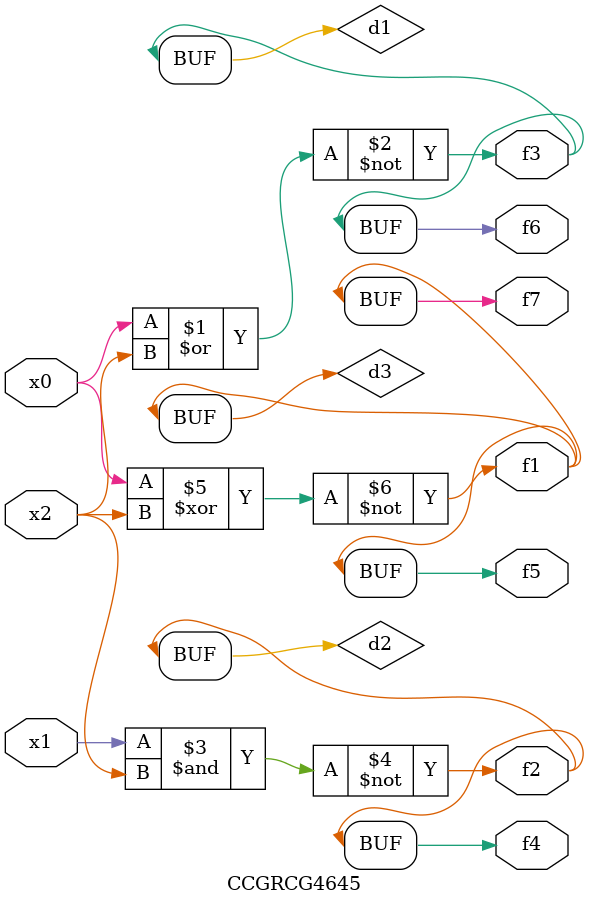
<source format=v>
module CCGRCG4645(
	input x0, x1, x2,
	output f1, f2, f3, f4, f5, f6, f7
);

	wire d1, d2, d3;

	nor (d1, x0, x2);
	nand (d2, x1, x2);
	xnor (d3, x0, x2);
	assign f1 = d3;
	assign f2 = d2;
	assign f3 = d1;
	assign f4 = d2;
	assign f5 = d3;
	assign f6 = d1;
	assign f7 = d3;
endmodule

</source>
